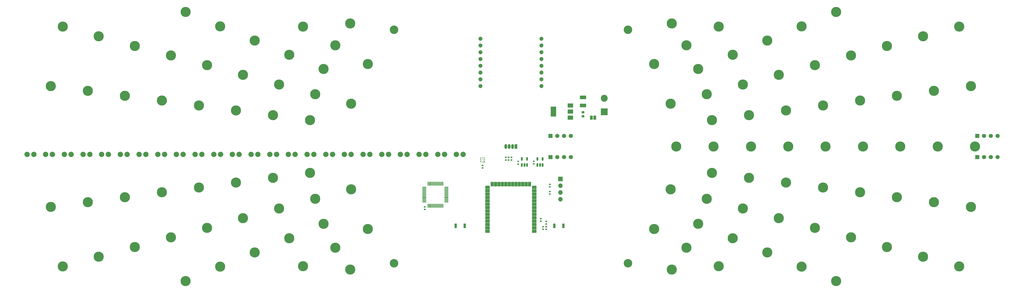
<source format=gbr>
%TF.GenerationSoftware,KiCad,Pcbnew,7.0.8*%
%TF.CreationDate,2023-11-15T20:37:27+01:00*%
%TF.ProjectId,main_board_4_jlc-3.2,6d61696e-5f62-46f6-9172-645f345f6a6c,rev?*%
%TF.SameCoordinates,Original*%
%TF.FileFunction,Soldermask,Top*%
%TF.FilePolarity,Negative*%
%FSLAX46Y46*%
G04 Gerber Fmt 4.6, Leading zero omitted, Abs format (unit mm)*
G04 Created by KiCad (PCBNEW 7.0.8) date 2023-11-15 20:37:27*
%MOMM*%
%LPD*%
G01*
G04 APERTURE LIST*
G04 Aperture macros list*
%AMRoundRect*
0 Rectangle with rounded corners*
0 $1 Rounding radius*
0 $2 $3 $4 $5 $6 $7 $8 $9 X,Y pos of 4 corners*
0 Add a 4 corners polygon primitive as box body*
4,1,4,$2,$3,$4,$5,$6,$7,$8,$9,$2,$3,0*
0 Add four circle primitives for the rounded corners*
1,1,$1+$1,$2,$3*
1,1,$1+$1,$4,$5*
1,1,$1+$1,$6,$7*
1,1,$1+$1,$8,$9*
0 Add four rect primitives between the rounded corners*
20,1,$1+$1,$2,$3,$4,$5,0*
20,1,$1+$1,$4,$5,$6,$7,0*
20,1,$1+$1,$6,$7,$8,$9,0*
20,1,$1+$1,$8,$9,$2,$3,0*%
G04 Aperture macros list end*
%ADD10C,0.780999*%
%ADD11RoundRect,0.135000X0.185000X-0.135000X0.185000X0.135000X-0.185000X0.135000X-0.185000X-0.135000X0*%
%ADD12O,1.070000X1.800000*%
%ADD13R,1.070000X1.800000*%
%ADD14R,0.558800X0.254000*%
%ADD15R,0.254000X0.558800*%
%ADD16RoundRect,0.102000X0.684000X0.684000X-0.684000X0.684000X-0.684000X-0.684000X0.684000X-0.684000X0*%
%ADD17C,1.572000*%
%ADD18C,3.800000*%
%ADD19C,3.200000*%
%ADD20RoundRect,0.102000X0.750000X0.450000X-0.750000X0.450000X-0.750000X-0.450000X0.750000X-0.450000X0*%
%ADD21RoundRect,0.102000X0.450000X0.750000X-0.450000X0.750000X-0.450000X-0.750000X0.450000X-0.750000X0*%
%ADD22RoundRect,0.140000X-0.170000X0.140000X-0.170000X-0.140000X0.170000X-0.140000X0.170000X0.140000X0*%
%ADD23C,2.000000*%
%ADD24R,2.000000X1.500000*%
%ADD25R,2.000000X3.800000*%
%ADD26RoundRect,0.140000X0.170000X-0.140000X0.170000X0.140000X-0.170000X0.140000X-0.170000X-0.140000X0*%
%ADD27R,0.900000X1.700000*%
%ADD28RoundRect,0.150000X0.150000X-0.512500X0.150000X0.512500X-0.150000X0.512500X-0.150000X-0.512500X0*%
%ADD29R,1.000000X1.500000*%
%ADD30RoundRect,0.250000X0.925000X-0.412500X0.925000X0.412500X-0.925000X0.412500X-0.925000X-0.412500X0*%
%ADD31RoundRect,0.225000X0.250000X-0.225000X0.250000X0.225000X-0.250000X0.225000X-0.250000X-0.225000X0*%
%ADD32R,1.700000X1.700000*%
%ADD33O,1.700000X1.700000*%
%ADD34RoundRect,0.075000X-0.662500X-0.075000X0.662500X-0.075000X0.662500X0.075000X-0.662500X0.075000X0*%
%ADD35RoundRect,0.075000X-0.075000X-0.662500X0.075000X-0.662500X0.075000X0.662500X-0.075000X0.662500X0*%
%ADD36R,2.600000X2.600000*%
%ADD37C,2.600000*%
G04 APERTURE END LIST*
%TO.C,IC2*%
G36*
X215239471Y-230960679D02*
G01*
X214833063Y-230960679D01*
X214833063Y-231087679D01*
X214680663Y-231087679D01*
X214680671Y-230706679D01*
X215239471Y-230706679D01*
X215239471Y-230960679D01*
G37*
%TO.C,J10*%
D10*
X213960499Y-184521000D02*
G75*
G03*
X213960499Y-184521000I-390499J0D01*
G01*
X213960499Y-187061000D02*
G75*
G03*
X213960499Y-187061000I-390499J0D01*
G01*
X213960499Y-189601000D02*
G75*
G03*
X213960499Y-189601000I-390499J0D01*
G01*
X213960499Y-192141000D02*
G75*
G03*
X213960499Y-192141000I-390499J0D01*
G01*
X213960499Y-194681000D02*
G75*
G03*
X213960499Y-194681000I-390499J0D01*
G01*
X213960499Y-197221000D02*
G75*
G03*
X213960499Y-197221000I-390499J0D01*
G01*
X213960499Y-199761000D02*
G75*
G03*
X213960499Y-199761000I-390499J0D01*
G01*
X213960499Y-202301000D02*
G75*
G03*
X213960499Y-202301000I-390499J0D01*
G01*
%TO.C,J9*%
X236820499Y-184521000D02*
G75*
G03*
X236820499Y-184521000I-390499J0D01*
G01*
X236820499Y-187061000D02*
G75*
G03*
X236820499Y-187061000I-390499J0D01*
G01*
X236820499Y-189601000D02*
G75*
G03*
X236820499Y-189601000I-390499J0D01*
G01*
X236820499Y-192141000D02*
G75*
G03*
X236820499Y-192141000I-390499J0D01*
G01*
X236820499Y-194681000D02*
G75*
G03*
X236820499Y-194681000I-390499J0D01*
G01*
X236820499Y-197221000D02*
G75*
G03*
X236820499Y-197221000I-390499J0D01*
G01*
X236820499Y-199761000D02*
G75*
G03*
X236820499Y-199761000I-390499J0D01*
G01*
X236820499Y-202301000D02*
G75*
G03*
X236820499Y-202301000I-390499J0D01*
G01*
%TD*%
D11*
%TO.C,R14*%
X225200000Y-230080000D03*
X225200000Y-229060000D03*
%TD*%
%TO.C,R13*%
X224120000Y-230080000D03*
X224120000Y-229060000D03*
%TD*%
%TO.C,R12*%
X223040000Y-230080000D03*
X223040000Y-229060000D03*
%TD*%
D12*
%TO.C,D12*%
X223090000Y-225000000D03*
X224360000Y-225000000D03*
X225630000Y-225000000D03*
D13*
X226900000Y-225000000D03*
%TD*%
D14*
%TO.C,IC2*%
X214960071Y-230833679D03*
X214960071Y-230433629D03*
X214960071Y-230033579D03*
X214960071Y-229633529D03*
X214960071Y-229233479D03*
D15*
X214335071Y-229258579D03*
D14*
X213710071Y-229233479D03*
X213710071Y-229633529D03*
X213710071Y-230033579D03*
X213710071Y-230433629D03*
X213710071Y-230833679D03*
D15*
X214335071Y-230808579D03*
%TD*%
D16*
%TO.C,J7*%
X239800000Y-229000000D03*
D17*
X242340000Y-229000000D03*
X244880000Y-229000000D03*
X247420000Y-229000000D03*
%TD*%
D18*
%TO.C,H1*%
X338979248Y-255540647D03*
%TD*%
D19*
%TO.C,H60*%
X268840620Y-268840620D03*
%TD*%
D18*
%TO.C,H1*%
X314230038Y-236747357D03*
%TD*%
%TO.C,H1*%
X97497791Y-190835886D03*
%TD*%
%TO.C,H1*%
X328110266Y-211425276D03*
%TD*%
%TO.C,H1*%
X56928906Y-179965486D03*
%TD*%
%TO.C,H1*%
X80249050Y-244056824D03*
%TD*%
D20*
%TO.C,U34*%
X233750000Y-256870000D03*
X233750000Y-255600000D03*
X233750000Y-254330000D03*
X233750000Y-253060000D03*
X233750000Y-251790000D03*
X233750000Y-250520000D03*
X233750000Y-249250000D03*
X233750000Y-247980000D03*
X233750000Y-246710000D03*
X233750000Y-245440000D03*
X233750000Y-244170000D03*
X233750000Y-242900000D03*
X233750000Y-241630000D03*
X233750000Y-240360000D03*
D21*
X231985000Y-239110000D03*
X230715000Y-239110000D03*
X229445000Y-239110000D03*
X228175000Y-239110000D03*
X226905000Y-239110000D03*
X225635000Y-239110000D03*
X224365000Y-239110000D03*
X223095000Y-239110000D03*
X221825000Y-239110000D03*
X220555000Y-239110000D03*
X219285000Y-239110000D03*
X218015000Y-239110000D03*
D20*
X216250000Y-240360000D03*
X216250000Y-241630000D03*
X216250000Y-242900000D03*
X216250000Y-244170000D03*
X216250000Y-245440000D03*
X216250000Y-246710000D03*
X216250000Y-247980000D03*
X216250000Y-249250000D03*
X216250000Y-250520000D03*
X216250000Y-251790000D03*
X216250000Y-253060000D03*
X216250000Y-254330000D03*
X216250000Y-255600000D03*
X216250000Y-256870000D03*
%TD*%
D18*
%TO.C,H1*%
X147057714Y-180000000D03*
%TD*%
%TO.C,H1*%
X346952098Y-275514213D03*
%TD*%
D22*
%TO.C,C1*%
X238267000Y-255132100D03*
X238267000Y-256092100D03*
%TD*%
D23*
%TO.C,H45*%
X158100000Y-227939000D03*
%TD*%
%TO.C,H23*%
X81100000Y-227939000D03*
%TD*%
D19*
%TO.C,H60*%
X268840620Y-181159380D03*
%TD*%
D18*
%TO.C,H1*%
X124543714Y-198082819D03*
%TD*%
%TO.C,H1*%
X397511406Y-247711557D03*
%TD*%
%TO.C,H1*%
X128916529Y-264799077D03*
%TD*%
%TO.C,H1*%
X171306425Y-256000000D03*
%TD*%
%TO.C,H1*%
X355870722Y-242229457D03*
%TD*%
%TO.C,H1*%
X334017785Y-179843355D03*
%TD*%
%TO.C,H1*%
X141850842Y-190558491D03*
%TD*%
D23*
%TO.C,H57*%
X200100000Y-227939000D03*
%TD*%
D18*
%TO.C,H1*%
X121889734Y-238574724D03*
%TD*%
D19*
%TO.C,H60*%
X181159380Y-268840620D03*
%TD*%
D18*
%TO.C,H1*%
X154785156Y-195916059D03*
%TD*%
D23*
%TO.C,H18*%
X64560000Y-227939000D03*
%TD*%
D18*
%TO.C,H1*%
X66368822Y-204115809D03*
%TD*%
%TO.C,H1*%
X385000000Y-225000000D03*
%TD*%
%TO.C,H1*%
X159182069Y-187000000D03*
%TD*%
%TO.C,H1*%
X302942286Y-270000000D03*
%TD*%
D16*
%TO.C,J8*%
X399820000Y-229000000D03*
D17*
X402360000Y-229000000D03*
X404900000Y-229000000D03*
X407440000Y-229000000D03*
%TD*%
D23*
%TO.C,H36*%
X127560000Y-227939000D03*
%TD*%
D18*
%TO.C,H1*%
X284887401Y-208953219D03*
%TD*%
D24*
%TO.C,IC3*%
X247268000Y-214155000D03*
X247268000Y-211855000D03*
X247268000Y-209555000D03*
D25*
X240968000Y-211855000D03*
%TD*%
D18*
%TO.C,H1*%
X128916529Y-185200923D03*
%TD*%
%TO.C,H1*%
X366025171Y-187212419D03*
%TD*%
D23*
%TO.C,H15*%
X53100000Y-227939000D03*
%TD*%
D18*
%TO.C,H1*%
X357000000Y-225000000D03*
%TD*%
D26*
%TO.C,C6*%
X227745550Y-230611579D03*
X227745550Y-231571579D03*
%TD*%
D18*
%TO.C,H1*%
X154785156Y-254083941D03*
%TD*%
D23*
%TO.C,H21*%
X74100000Y-227939000D03*
%TD*%
%TO.C,H28*%
X99560000Y-227939000D03*
%TD*%
D27*
%TO.C,SW2*%
X244683200Y-254845000D03*
X241283200Y-254845000D03*
%TD*%
D18*
%TO.C,H1*%
X83974829Y-187212419D03*
%TD*%
%TO.C,H1*%
X383631178Y-245884191D03*
%TD*%
D23*
%TO.C,H54*%
X190560000Y-227939000D03*
%TD*%
D18*
%TO.C,H1*%
X371000000Y-225000000D03*
%TD*%
D23*
%TO.C,H12*%
X43560000Y-227939000D03*
%TD*%
D28*
%TO.C,U1*%
X234949671Y-231975079D03*
X235899671Y-231975079D03*
X236849671Y-231975079D03*
X236849671Y-229700079D03*
X234949671Y-229700079D03*
%TD*%
D18*
%TO.C,H1*%
X393071094Y-270034514D03*
%TD*%
D23*
%TO.C,H46*%
X162560000Y-227939000D03*
%TD*%
%TO.C,H16*%
X57560000Y-227939000D03*
%TD*%
D18*
%TO.C,H1*%
X165112599Y-208953219D03*
%TD*%
D23*
%TO.C,H14*%
X50560000Y-227939000D03*
%TD*%
D18*
%TO.C,H1*%
X328110266Y-238574724D03*
%TD*%
D26*
%TO.C,C2*%
X236176000Y-253044100D03*
X236176000Y-252084100D03*
%TD*%
D29*
%TO.C,JP1*%
X256452000Y-214141000D03*
X255152000Y-214141000D03*
%TD*%
D23*
%TO.C,H26*%
X92560000Y-227939000D03*
%TD*%
D18*
%TO.C,H1*%
X352502209Y-259164114D03*
%TD*%
D23*
%TO.C,H22*%
X78560000Y-227939000D03*
%TD*%
%TO.C,H43*%
X151100000Y-227939000D03*
%TD*%
D18*
%TO.C,H1*%
X300349809Y-215080009D03*
%TD*%
%TO.C,H1*%
X124543714Y-251917181D03*
%TD*%
%TO.C,H1*%
X121889734Y-211425276D03*
%TD*%
%TO.C,H1*%
X103047902Y-174485787D03*
%TD*%
%TO.C,H1*%
X115982215Y-270156645D03*
%TD*%
D30*
%TO.C,C37*%
X251992000Y-209582500D03*
X251992000Y-206507500D03*
%TD*%
D18*
%TO.C,H1*%
X301000000Y-225000000D03*
%TD*%
%TO.C,H1*%
X399000000Y-225000000D03*
%TD*%
%TO.C,H1*%
X308149158Y-259441509D03*
%TD*%
%TO.C,H1*%
X159182069Y-263000000D03*
%TD*%
D23*
%TO.C,H34*%
X120560000Y-227939000D03*
%TD*%
D18*
%TO.C,H1*%
X366025171Y-262787581D03*
%TD*%
D23*
%TO.C,H48*%
X169560000Y-227939000D03*
%TD*%
%TO.C,H31*%
X109100000Y-227939000D03*
%TD*%
D18*
%TO.C,H1*%
X295214844Y-254083941D03*
%TD*%
%TO.C,H1*%
X369750950Y-244056824D03*
%TD*%
%TO.C,H1*%
X149650191Y-215080009D03*
%TD*%
%TO.C,H1*%
X284887401Y-241046781D03*
%TD*%
D23*
%TO.C,H37*%
X130100000Y-227939000D03*
%TD*%
D18*
%TO.C,H1*%
X138066676Y-248293714D03*
%TD*%
%TO.C,H1*%
X298410363Y-244670247D03*
%TD*%
D23*
%TO.C,H47*%
X165100000Y-227939000D03*
%TD*%
D18*
%TO.C,H1*%
X311933324Y-248293714D03*
%TD*%
%TO.C,H1*%
X165112599Y-241046781D03*
%TD*%
%TO.C,H1*%
X115982215Y-179843355D03*
%TD*%
%TO.C,H1*%
X141850842Y-259441509D03*
%TD*%
%TO.C,H1*%
X97497791Y-259164114D03*
%TD*%
%TO.C,H1*%
X52488594Y-202288443D03*
%TD*%
%TO.C,H1*%
X314230038Y-213252643D03*
%TD*%
%TO.C,H1*%
X341990494Y-209597909D03*
%TD*%
D23*
%TO.C,H33*%
X116100000Y-227939000D03*
%TD*%
D11*
%TO.C,R3*%
X238267000Y-254155450D03*
X238267000Y-253135450D03*
%TD*%
D23*
%TO.C,H44*%
X155560000Y-227939000D03*
%TD*%
D18*
%TO.C,H1*%
X52488594Y-247711557D03*
%TD*%
%TO.C,H1*%
X70451868Y-266411047D03*
%TD*%
D26*
%TO.C,C4*%
X239605000Y-240145600D03*
X239605000Y-239185600D03*
%TD*%
D23*
%TO.C,H49*%
X172100000Y-227939000D03*
%TD*%
%TO.C,H20*%
X71560000Y-227939000D03*
%TD*%
%TO.C,H58*%
X204560000Y-227939000D03*
%TD*%
D18*
%TO.C,H1*%
X285294854Y-271265869D03*
%TD*%
%TO.C,H1*%
X164705146Y-271265869D03*
%TD*%
%TO.C,H1*%
X308149158Y-190558491D03*
%TD*%
%TO.C,H1*%
X80249050Y-205943176D03*
%TD*%
%TO.C,H1*%
X135769962Y-236747357D03*
%TD*%
%TO.C,H1*%
X108009506Y-209597909D03*
%TD*%
D22*
%TO.C,C12*%
X214335071Y-233053579D03*
X214335071Y-232093579D03*
%TD*%
D18*
%TO.C,H1*%
X341990494Y-240402091D03*
%TD*%
%TO.C,H1*%
X379548132Y-183588953D03*
%TD*%
%TO.C,H1*%
X321083471Y-264799077D03*
%TD*%
D31*
%TO.C,C38*%
X251992000Y-213646000D03*
X251992000Y-212096000D03*
%TD*%
D22*
%TO.C,C3*%
X239595400Y-241900800D03*
X239595400Y-242860800D03*
%TD*%
D18*
%TO.C,H1*%
X83974829Y-262787581D03*
%TD*%
D23*
%TO.C,H25*%
X88100000Y-227939000D03*
%TD*%
D18*
%TO.C,H1*%
X111020752Y-255540647D03*
%TD*%
%TO.C,H1*%
X290817931Y-263000000D03*
%TD*%
D32*
%TO.C,J1*%
X243528000Y-237215000D03*
D33*
X243528000Y-239755000D03*
X243528000Y-242295000D03*
X243528000Y-244835000D03*
%TD*%
D18*
%TO.C,H1*%
X138066676Y-201706286D03*
%TD*%
D23*
%TO.C,H24*%
X85560000Y-227939000D03*
%TD*%
%TO.C,H40*%
X141560000Y-227939000D03*
%TD*%
D18*
%TO.C,H1*%
X149650191Y-234919991D03*
%TD*%
%TO.C,H1*%
X151589637Y-244670247D03*
%TD*%
%TO.C,H1*%
X56928906Y-270034514D03*
%TD*%
D23*
%TO.C,H50*%
X176560000Y-227939000D03*
%TD*%
D18*
%TO.C,H1*%
X315000000Y-225000000D03*
%TD*%
%TO.C,H1*%
X94129278Y-242229457D03*
%TD*%
%TO.C,H1*%
X325456286Y-198082819D03*
%TD*%
D23*
%TO.C,H35*%
X123100000Y-227939000D03*
%TD*%
D18*
%TO.C,H1*%
X355870722Y-207770543D03*
%TD*%
D26*
%TO.C,C5*%
X233585200Y-230590600D03*
X233585200Y-231550600D03*
%TD*%
D22*
%TO.C,C36*%
X237065000Y-255132100D03*
X237065000Y-256092100D03*
%TD*%
D23*
%TO.C,H41*%
X144100000Y-227939000D03*
%TD*%
D18*
%TO.C,H1*%
X278693575Y-194000000D03*
%TD*%
%TO.C,H1*%
X290817931Y-187000000D03*
%TD*%
%TO.C,H1*%
X346952098Y-174485787D03*
%TD*%
D23*
%TO.C,H29*%
X102100000Y-227939000D03*
%TD*%
%TO.C,H13*%
X46100000Y-227939000D03*
%TD*%
D18*
%TO.C,H1*%
X383631178Y-204115809D03*
%TD*%
D26*
%TO.C,C34*%
X192683000Y-248621000D03*
X192683000Y-247661000D03*
%TD*%
D18*
%TO.C,H1*%
X66368822Y-245884191D03*
%TD*%
D23*
%TO.C,H38*%
X134560000Y-227939000D03*
%TD*%
D18*
%TO.C,H1*%
X300349809Y-234919991D03*
%TD*%
%TO.C,H1*%
X111020752Y-194459353D03*
%TD*%
D23*
%TO.C,H53*%
X186100000Y-227939000D03*
%TD*%
D16*
%TO.C,J6*%
X399820000Y-221000000D03*
D17*
X402360000Y-221000000D03*
X404900000Y-221000000D03*
X407440000Y-221000000D03*
%TD*%
D18*
%TO.C,H1*%
X369750950Y-205943176D03*
%TD*%
%TO.C,H1*%
X164705146Y-178734131D03*
%TD*%
%TO.C,H1*%
X393071094Y-179965486D03*
%TD*%
D23*
%TO.C,H55*%
X193100000Y-227939000D03*
%TD*%
D18*
%TO.C,H1*%
X397511406Y-202288443D03*
%TD*%
D23*
%TO.C,H59*%
X207100000Y-227939000D03*
%TD*%
D27*
%TO.C,SW1*%
X204250000Y-254845000D03*
X207650000Y-254845000D03*
%TD*%
D18*
%TO.C,H1*%
X171306425Y-194000000D03*
%TD*%
%TO.C,H1*%
X147057714Y-270000000D03*
%TD*%
D28*
%TO.C,U2*%
X229107671Y-231975079D03*
X230057671Y-231975079D03*
X231007671Y-231975079D03*
X231007671Y-229700079D03*
X229107671Y-229700079D03*
%TD*%
D19*
%TO.C,H60*%
X181159380Y-181159380D03*
%TD*%
D18*
%TO.C,H1*%
X295214844Y-195916059D03*
%TD*%
%TO.C,H1*%
X302942286Y-180000000D03*
%TD*%
D23*
%TO.C,H19*%
X67100000Y-227939000D03*
%TD*%
D18*
%TO.C,H1*%
X352502209Y-190835886D03*
%TD*%
%TO.C,H1*%
X135769962Y-213252643D03*
%TD*%
%TO.C,H1*%
X379548132Y-266411047D03*
%TD*%
%TO.C,H1*%
X321083471Y-185200923D03*
%TD*%
%TO.C,H1*%
X334017785Y-270156645D03*
%TD*%
D23*
%TO.C,H27*%
X95100000Y-227939000D03*
%TD*%
%TO.C,H39*%
X137100000Y-227939000D03*
%TD*%
D16*
%TO.C,J5*%
X239800000Y-221000000D03*
D17*
X242340000Y-221000000D03*
X244880000Y-221000000D03*
X247420000Y-221000000D03*
%TD*%
D18*
%TO.C,H1*%
X298410363Y-205329753D03*
%TD*%
%TO.C,H1*%
X94129278Y-207770543D03*
%TD*%
%TO.C,H1*%
X108009506Y-240402091D03*
%TD*%
%TO.C,H1*%
X311933324Y-201706286D03*
%TD*%
%TO.C,H1*%
X325456286Y-251917181D03*
%TD*%
%TO.C,H1*%
X70451868Y-183588953D03*
%TD*%
D23*
%TO.C,H32*%
X113560000Y-227939000D03*
%TD*%
%TO.C,H52*%
X183560000Y-227939000D03*
%TD*%
%TO.C,H30*%
X106560000Y-227939000D03*
%TD*%
D18*
%TO.C,H1*%
X329000000Y-225000000D03*
%TD*%
D23*
%TO.C,H17*%
X60100000Y-227939000D03*
%TD*%
D18*
%TO.C,H1*%
X338979248Y-194459353D03*
%TD*%
D23*
%TO.C,H51*%
X179100000Y-227939000D03*
%TD*%
%TO.C,H56*%
X197560000Y-227939000D03*
%TD*%
D18*
%TO.C,H1*%
X278693575Y-256000000D03*
%TD*%
%TO.C,H1*%
X103047902Y-275514213D03*
%TD*%
%TO.C,H1*%
X287000000Y-225000000D03*
%TD*%
%TO.C,H1*%
X151589637Y-205329753D03*
%TD*%
%TO.C,H1*%
X285294854Y-178734131D03*
%TD*%
%TO.C,H1*%
X343000000Y-225000000D03*
%TD*%
D23*
%TO.C,H42*%
X148560000Y-227939000D03*
%TD*%
D34*
%TO.C,IC1*%
X192499452Y-240348000D03*
X192499452Y-240848000D03*
X192499452Y-241348000D03*
X192499452Y-241848000D03*
X192499452Y-242348000D03*
X192499452Y-242848000D03*
X192499452Y-243348000D03*
X192499452Y-243848000D03*
X192499452Y-244348000D03*
X192499452Y-244848000D03*
X192499452Y-245348000D03*
X192499452Y-245848000D03*
D35*
X193911952Y-247260500D03*
X194411952Y-247260500D03*
X194911952Y-247260500D03*
X195411952Y-247260500D03*
X195911952Y-247260500D03*
X196411952Y-247260500D03*
X196911952Y-247260500D03*
X197411952Y-247260500D03*
X197911952Y-247260500D03*
X198411952Y-247260500D03*
X198911952Y-247260500D03*
X199411952Y-247260500D03*
D34*
X200824452Y-245848000D03*
X200824452Y-245348000D03*
X200824452Y-244848000D03*
X200824452Y-244348000D03*
X200824452Y-243848000D03*
X200824452Y-243348000D03*
X200824452Y-242848000D03*
X200824452Y-242348000D03*
X200824452Y-241848000D03*
X200824452Y-241348000D03*
X200824452Y-240848000D03*
X200824452Y-240348000D03*
D35*
X199411952Y-238935500D03*
X198911952Y-238935500D03*
X198411952Y-238935500D03*
X197911952Y-238935500D03*
X197411952Y-238935500D03*
X196911952Y-238935500D03*
X196411952Y-238935500D03*
X195911952Y-238935500D03*
X195411952Y-238935500D03*
X194911952Y-238935500D03*
X194411952Y-238935500D03*
X193911952Y-238935500D03*
%TD*%
D36*
%TO.C,J11*%
X260000000Y-212000000D03*
D37*
X260000000Y-206920000D03*
%TD*%
M02*

</source>
